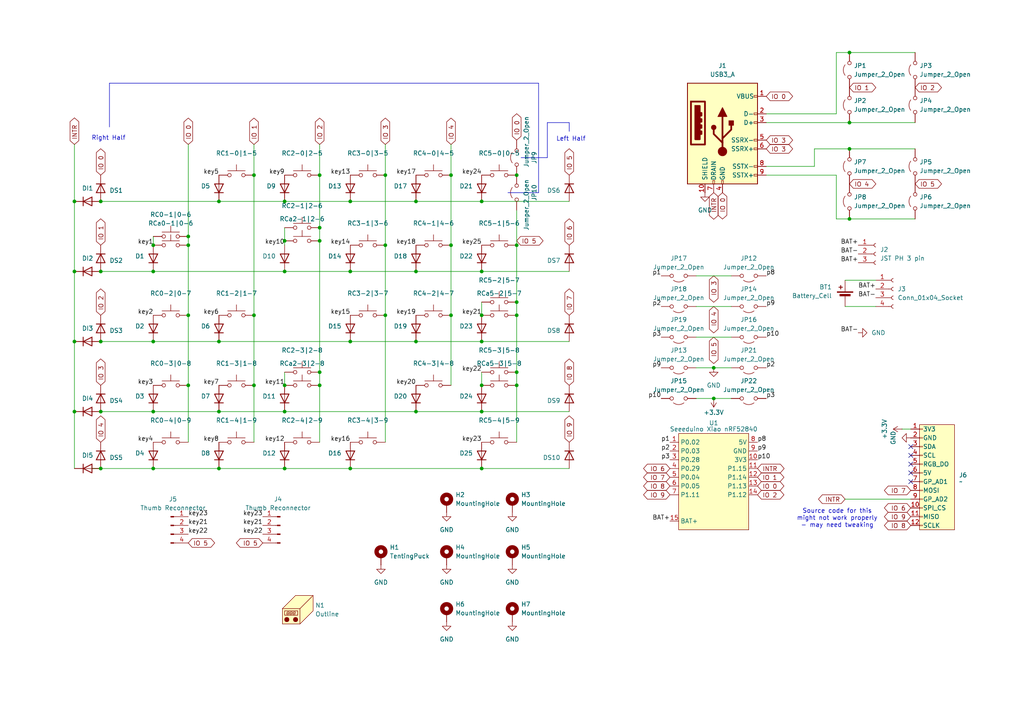
<source format=kicad_sch>
(kicad_sch (version 20231120) (generator "eeschema") (generator_version "8.0")
  (paper "A4")
  (junction (at 246.38 35.56))
  (junction (at 111.76 50.8))
  (junction (at 29.21 119.38))
  (junction (at 130.81 50.8))
  (junction (at 92.71 69.85))
  (junction (at 21.59 119.38))
  (junction (at 149.86 111.76))
  (junction (at 21.59 99.06))
  (junction (at 44.45 71.12))
  (junction (at 120.65 58.42))
  (junction (at 149.86 87.63))
  (junction (at 63.5 119.38))
  (junction (at 139.7 58.42))
  (junction (at 82.55 78.74))
  (junction (at 63.5 99.06))
  (junction (at 101.6 135.89))
  (junction (at 139.7 111.76))
  (junction (at 111.76 71.12))
  (junction (at 149.86 91.44))
  (junction (at 101.6 58.42))
  (junction (at 139.7 119.38))
  (junction (at 139.7 91.44))
  (junction (at 82.55 111.76))
  (junction (at 149.86 50.8))
  (junction (at 44.45 119.38))
  (junction (at 149.86 107.95))
  (junction (at 246.38 15.24))
  (junction (at 21.59 78.74))
  (junction (at 73.66 111.76))
  (junction (at 54.61 111.76))
  (junction (at 130.81 91.44))
  (junction (at 139.7 135.89))
  (junction (at 82.55 135.89))
  (junction (at 207.01 106.68))
  (junction (at 29.21 78.74))
  (junction (at 92.71 111.76))
  (junction (at 29.21 99.06))
  (junction (at 82.55 69.85))
  (junction (at 207.01 115.57))
  (junction (at 149.86 71.12))
  (junction (at 120.65 119.38))
  (junction (at 29.21 135.89))
  (junction (at 111.76 91.44))
  (junction (at 73.66 91.44))
  (junction (at 44.45 99.06))
  (junction (at 92.71 107.95))
  (junction (at 92.71 50.8))
  (junction (at 82.55 119.38))
  (junction (at 63.5 58.42))
  (junction (at 82.55 58.42))
  (junction (at 21.59 58.42))
  (junction (at 54.61 68.58))
  (junction (at 101.6 99.06))
  (junction (at 44.45 135.89))
  (junction (at 44.45 78.74))
  (junction (at 139.7 99.06))
  (junction (at 54.61 91.44))
  (junction (at 246.38 43.18))
  (junction (at 29.21 58.42))
  (junction (at 120.65 78.74))
  (junction (at 92.71 66.04))
  (junction (at 120.65 99.06))
  (junction (at 73.66 50.8))
  (junction (at 139.7 78.74))
  (junction (at 246.38 63.5))
  (junction (at 54.61 71.12))
  (junction (at 130.81 71.12))
  (junction (at 101.6 78.74))
  (junction (at 63.5 135.89))
  (no_connect (at 264.16 139.7))
  (no_connect (at 264.16 137.16))
  (no_connect (at 264.16 129.54))
  (no_connect (at 264.16 132.08))
  (no_connect (at 264.16 134.62))
  (wire (pts (xy 21.59 58.42) (xy 21.59 78.74)))
  (wire (pts (xy 149.86 91.44) (xy 149.86 107.95)))
  (wire (pts (xy 21.59 99.06) (xy 21.59 119.38)))
  (wire (pts (xy 54.61 41.91) (xy 54.61 68.58)))
  (wire (pts (xy 201.93 97.79) (xy 212.09 97.79)))
  (polyline (pts (xy 156.21 55.88) (xy 156.21 24.13)))
  (wire (pts (xy 111.76 71.12) (xy 111.76 91.44)))
  (polyline (pts (xy 31.75 24.13) (xy 31.75 36.83)))
  (wire (pts (xy 201.93 106.68) (xy 207.01 106.68)))
  (wire (pts (xy 130.81 91.44) (xy 130.81 111.76)))
  (wire (pts (xy 44.45 135.89) (xy 63.5 135.89)))
  (wire (pts (xy 139.7 87.63) (xy 139.7 91.44)))
  (wire (pts (xy 245.11 81.28) (xy 254 81.28)))
  (wire (pts (xy 246.38 63.5) (xy 265.43 63.5)))
  (wire (pts (xy 201.93 115.57) (xy 207.01 115.57)))
  (polyline (pts (xy 151.13 45.72) (xy 158.75 45.72)))
  (wire (pts (xy 242.57 15.24) (xy 246.38 15.24)))
  (wire (pts (xy 82.55 78.74) (xy 101.6 78.74)))
  (wire (pts (xy 63.5 99.06) (xy 101.6 99.06)))
  (wire (pts (xy 54.61 91.44) (xy 54.61 111.76)))
  (wire (pts (xy 120.65 99.06) (xy 139.7 99.06)))
  (wire (pts (xy 242.57 50.8) (xy 242.57 63.5)))
  (wire (pts (xy 92.71 111.76) (xy 92.71 128.27)))
  (wire (pts (xy 149.86 87.63) (xy 149.86 91.44)))
  (wire (pts (xy 54.61 68.58) (xy 54.61 71.12)))
  (wire (pts (xy 242.57 50.8) (xy 222.25 50.8)))
  (wire (pts (xy 139.7 99.06) (xy 165.1 99.06)))
  (polyline (pts (xy 158.75 45.72) (xy 158.75 35.56)))
  (wire (pts (xy 92.71 69.85) (xy 92.71 107.95)))
  (wire (pts (xy 245.11 144.78) (xy 264.16 144.78)))
  (wire (pts (xy 111.76 41.91) (xy 111.76 50.8)))
  (wire (pts (xy 101.6 58.42) (xy 120.65 58.42)))
  (wire (pts (xy 222.25 48.26) (xy 236.22 48.26)))
  (wire (pts (xy 92.71 41.91) (xy 92.71 50.8)))
  (wire (pts (xy 246.38 43.18) (xy 265.43 43.18)))
  (wire (pts (xy 29.21 58.42) (xy 63.5 58.42)))
  (wire (pts (xy 201.93 88.9) (xy 212.09 88.9)))
  (wire (pts (xy 111.76 50.8) (xy 111.76 71.12)))
  (wire (pts (xy 101.6 135.89) (xy 139.7 135.89)))
  (wire (pts (xy 261.62 124.46) (xy 264.16 124.46)))
  (wire (pts (xy 21.59 41.91) (xy 21.59 58.42)))
  (wire (pts (xy 82.55 66.04) (xy 82.55 69.85)))
  (wire (pts (xy 101.6 78.74) (xy 120.65 78.74)))
  (wire (pts (xy 54.61 111.76) (xy 54.61 128.27)))
  (wire (pts (xy 44.45 119.38) (xy 63.5 119.38)))
  (wire (pts (xy 246.38 15.24) (xy 265.43 15.24)))
  (wire (pts (xy 222.25 35.56) (xy 246.38 35.56)))
  (polyline (pts (xy 156.21 24.13) (xy 31.75 24.13)))
  (wire (pts (xy 120.65 78.74) (xy 139.7 78.74)))
  (wire (pts (xy 130.81 50.8) (xy 130.81 71.12)))
  (wire (pts (xy 149.86 71.12) (xy 149.86 87.63)))
  (wire (pts (xy 73.66 50.8) (xy 73.66 91.44)))
  (wire (pts (xy 73.66 41.91) (xy 73.66 50.8)))
  (wire (pts (xy 29.21 135.89) (xy 44.45 135.89)))
  (wire (pts (xy 111.76 91.44) (xy 111.76 128.27)))
  (wire (pts (xy 245.11 88.9) (xy 254 88.9)))
  (wire (pts (xy 44.45 78.74) (xy 82.55 78.74)))
  (wire (pts (xy 29.21 119.38) (xy 44.45 119.38)))
  (wire (pts (xy 236.22 43.18) (xy 246.38 43.18)))
  (wire (pts (xy 130.81 41.91) (xy 130.81 50.8)))
  (wire (pts (xy 139.7 135.89) (xy 165.1 135.89)))
  (wire (pts (xy 207.01 106.68) (xy 212.09 106.68)))
  (wire (pts (xy 82.55 107.95) (xy 82.55 111.76)))
  (wire (pts (xy 73.66 111.76) (xy 73.66 128.27)))
  (wire (pts (xy 165.1 119.38) (xy 139.7 119.38)))
  (wire (pts (xy 63.5 58.42) (xy 82.55 58.42)))
  (wire (pts (xy 242.57 33.02) (xy 242.57 15.24)))
  (wire (pts (xy 82.55 58.42) (xy 101.6 58.42)))
  (wire (pts (xy 92.71 107.95) (xy 92.71 111.76)))
  (wire (pts (xy 130.81 71.12) (xy 130.81 91.44)))
  (wire (pts (xy 29.21 99.06) (xy 44.45 99.06)))
  (wire (pts (xy 82.55 119.38) (xy 120.65 119.38)))
  (wire (pts (xy 242.57 63.5) (xy 246.38 63.5)))
  (wire (pts (xy 149.86 60.96) (xy 149.86 71.12)))
  (wire (pts (xy 63.5 119.38) (xy 82.55 119.38)))
  (wire (pts (xy 29.21 135.89) (xy 26.67 135.89)))
  (wire (pts (xy 149.86 107.95) (xy 149.86 111.76)))
  (wire (pts (xy 101.6 99.06) (xy 120.65 99.06)))
  (wire (pts (xy 242.57 33.02) (xy 222.25 33.02)))
  (polyline (pts (xy 147.32 55.88) (xy 156.21 55.88)))
  (wire (pts (xy 139.7 78.74) (xy 165.1 78.74)))
  (wire (pts (xy 120.65 119.38) (xy 139.7 119.38)))
  (wire (pts (xy 29.21 78.74) (xy 44.45 78.74)))
  (wire (pts (xy 44.45 68.58) (xy 44.45 71.12)))
  (wire (pts (xy 139.7 58.42) (xy 165.1 58.42)))
  (wire (pts (xy 82.55 135.89) (xy 101.6 135.89)))
  (wire (pts (xy 139.7 107.95) (xy 139.7 111.76)))
  (wire (pts (xy 201.93 80.01) (xy 212.09 80.01)))
  (wire (pts (xy 92.71 66.04) (xy 92.71 69.85)))
  (polyline (pts (xy 165.1 35.56) (xy 165.1 38.1)))
  (wire (pts (xy 44.45 99.06) (xy 63.5 99.06)))
  (wire (pts (xy 82.55 69.85) (xy 82.55 71.12)))
  (wire (pts (xy 92.71 50.8) (xy 92.71 66.04)))
  (wire (pts (xy 21.59 119.38) (xy 21.59 135.89)))
  (wire (pts (xy 73.66 91.44) (xy 73.66 111.76)))
  (wire (pts (xy 207.01 115.57) (xy 212.09 115.57)))
  (wire (pts (xy 246.38 35.56) (xy 265.43 35.56)))
  (wire (pts (xy 54.61 71.12) (xy 54.61 91.44)))
  (wire (pts (xy 236.22 48.26) (xy 236.22 43.18)))
  (polyline (pts (xy 158.75 35.56) (xy 165.1 35.56)))
  (wire (pts (xy 120.65 58.42) (xy 139.7 58.42)))
  (wire (pts (xy 63.5 135.89) (xy 82.55 135.89)))
  (wire (pts (xy 21.59 78.74) (xy 21.59 99.06)))
  (wire (pts (xy 149.86 111.76) (xy 149.86 128.27)))
  (text "Source code for this\nmight not work properly\n- may need tweaking" (at 242.824 150.368 0) (effects (font (size 1.27 1.27))))
  (text "Right Half" (at 31.496 40.132 0) (effects (font (size 1.27 1.27))))
  (text "Left Half" (at 165.608 40.386 0) (effects (font (size 1.27 1.27))))
  (label "key22" (at 139.7 107.95 180))
  (label "key23" (at 139.7 128.27 180))
  (label "p9" (at 222.25 88.9 0))
  (label "BAT+" (at 254 83.82 180))
  (label "p2" (at 194.31 130.81 180))
  (label "key21" (at 139.7 91.44 180))
  (label "key8" (at 63.5 128.27 180))
  (label "key20" (at 120.65 111.76 180))
  (label "p3" (at 191.77 97.79 180))
  (label "key19" (at 120.65 91.44 180))
  (label "p9" (at 191.77 106.68 180))
  (label "key23" (at 54.61 149.86 0))
  (label "BAT+" (at 248.92 76.2 180))
  (label "key14" (at 101.6 71.12 180))
  (label "key21" (at 76.2 152.4 180))
  (label "key5" (at 63.5 50.8 180))
  (label "key22" (at 76.2 154.94 180))
  (label "key17" (at 120.65 50.8 180))
  (label "key13" (at 101.6 50.8 180))
  (label "BAT-" (at 248.92 96.52 180))
  (label "key10" (at 82.55 71.12 180))
  (label "key24" (at 139.7 50.8 180))
  (label "p3" (at 194.31 133.35 180))
  (label "p8" (at 222.25 80.01 0))
  (label "key2" (at 44.45 91.44 180))
  (label "key18" (at 120.65 71.12 180))
  (label "p2" (at 191.77 88.9 180))
  (label "key9" (at 82.55 50.8 180))
  (label "p10" (at 191.77 115.57 180))
  (label "p1" (at 191.77 80.01 180))
  (label "key6" (at 63.5 91.44 180))
  (label "key7" (at 63.5 111.76 180))
  (label "key25" (at 139.7 71.12 180))
  (label "p9" (at 219.71 130.81 0))
  (label "p2" (at 222.25 106.68 0))
  (label "key16" (at 101.6 128.27 180))
  (label "key15" (at 101.6 91.44 180))
  (label "key12" (at 82.55 128.27 180))
  (label "key1" (at 44.45 71.12 180))
  (label "key11" (at 82.55 111.76 180))
  (label "p10" (at 219.71 133.35 0))
  (label "BAT-" (at 254 86.36 180))
  (label "key22" (at 54.61 154.94 0))
  (label "p3" (at 222.25 115.57 0))
  (label "key3" (at 44.45 111.76 180))
  (label "p10" (at 222.25 97.79 0))
  (label "p8" (at 219.71 128.27 0))
  (label "BAT+" (at 248.92 71.12 180))
  (label "key21" (at 54.61 152.4 0))
  (label "key23" (at 76.2 149.86 180))
  (label "BAT-" (at 248.92 73.66 180))
  (label "BAT+" (at 194.31 151.13 180))
  (label "p1" (at 194.31 128.27 180))
  (label "key4" (at 44.45 128.27 180))
  (global_label "IO 2" (shape bidirectional) (at 265.43 25.4 0) (property "Intersheetrefs" "${INTERSHEET_REFS}" (effects (hide yes))))
  (global_label "IO 0" (shape bidirectional) (at 29.21 50.8 90) (property "Intersheetrefs" "${INTERSHEET_REFS}" (effects (hide yes))))
  (global_label "IO 6" (shape bidirectional) (at 194.31 135.89 180) (property "Intersheetrefs" "${INTERSHEET_REFS}" (effects (hide yes))))
  (global_label "IO 3" (shape bidirectional) (at 207.01 80.01 270) (property "Intersheetrefs" "${INTERSHEET_REFS}" (effects (hide yes))))
  (global_label "IO 4" (shape bidirectional) (at 130.81 41.91 90) (property "Intersheetrefs" "${INTERSHEET_REFS}" (effects (hide yes))))
  (global_label "IO 5" (shape bidirectional) (at 207.01 97.79 270) (property "Intersheetrefs" "${INTERSHEET_REFS}" (effects (hide yes))))
  (global_label "IO 8" (shape bidirectional) (at 165.1 111.76 90) (property "Intersheetrefs" "${INTERSHEET_REFS}" (effects (hide yes))))
  (global_label "IO 0" (shape bidirectional) (at 54.61 41.91 90) (property "Intersheetrefs" "${INTERSHEET_REFS}" (effects (hide yes))))
  (global_label "IO 2" (shape bidirectional) (at 92.71 41.91 90) (property "Intersheetrefs" "${INTERSHEET_REFS}" (effects (hide yes))))
  (global_label "IO 9" (shape bidirectional) (at 194.31 143.51 180) (property "Intersheetrefs" "${INTERSHEET_REFS}" (effects (hide yes))))
  (global_label "IO 1" (shape bidirectional) (at 246.38 25.4 0) (property "Intersheetrefs" "${INTERSHEET_REFS}" (effects (hide yes))))
  (global_label "INTR" (shape bidirectional) (at 207.01 55.88 270) (property "Intersheetrefs" "${INTERSHEET_REFS}" (effects (hide yes))))
  (global_label "IO 8" (shape bidirectional) (at 264.16 152.4 180) (property "Intersheetrefs" "${INTERSHEET_REFS}" (effects (hide yes))))
  (global_label "IO 9" (shape bidirectional) (at 165.1 128.27 90) (property "Intersheetrefs" "${INTERSHEET_REFS}" (effects (hide yes))))
  (global_label "IO 4" (shape bidirectional) (at 246.38 53.34 0) (property "Intersheetrefs" "${INTERSHEET_REFS}" (effects (hide yes))))
  (global_label "IO 2" (shape bidirectional) (at 29.21 91.44 90) (property "Intersheetrefs" "${INTERSHEET_REFS}" (effects (hide yes))))
  (global_label "IO 4" (shape bidirectional) (at 207.01 88.9 270) (property "Intersheetrefs" "${INTERSHEET_REFS}" (effects (hide yes))))
  (global_label "IO 1" (shape bidirectional) (at 219.71 138.43 0) (property "Intersheetrefs" "${INTERSHEET_REFS}" (effects (hide yes))))
  (global_label "IO 1" (shape bidirectional) (at 73.66 41.91 90) (property "Intersheetrefs" "${INTERSHEET_REFS}" (effects (hide yes))))
  (global_label "IO 1" (shape bidirectional) (at 29.21 71.12 90) (property "Intersheetrefs" "${INTERSHEET_REFS}" (effects (hide yes))))
  (global_label "IO 5" (shape bidirectional) (at 76.2 157.48 180) (property "Intersheetrefs" "${INTERSHEET_REFS}" (effects (hide yes))))
  (global_label "IO 0" (shape bidirectional) (at 219.71 140.97 0) (property "Intersheetrefs" "${INTERSHEET_REFS}" (effects (hide yes))))
  (global_label "IO 6" (shape bidirectional) (at 264.16 147.32 180) (property "Intersheetrefs" "${INTERSHEET_REFS}" (effects (hide yes))))
  (global_label "IO 7" (shape bidirectional) (at 165.1 91.44 90) (property "Intersheetrefs" "${INTERSHEET_REFS}" (effects (hide yes))))
  (global_label "IO 4" (shape bidirectional) (at 29.21 128.27 90) (property "Intersheetrefs" "${INTERSHEET_REFS}" (effects (hide yes))))
  (global_label "IO 5" (shape bidirectional) (at 265.43 53.34 0) (property "Intersheetrefs" "${INTERSHEET_REFS}" (effects (hide yes))))
  (global_label "INTR" (shape bidirectional) (at 245.11 144.78 180) (property "Intersheetrefs" "${INTERSHEET_REFS}" (effects (hide yes))))
  (global_label "INTR" (shape bidirectional) (at 21.59 41.91 90) (property "Intersheetrefs" "${INTERSHEET_REFS}" (effects (hide yes))))
  (global_label "IO 9" (shape bidirectional) (at 264.16 149.86 180) (property "Intersheetrefs" "${INTERSHEET_REFS}" (effects (hide yes))))
  (global_label "IO 3" (shape bidirectional) (at 29.21 111.76 90) (property "Intersheetrefs" "${INTERSHEET_REFS}" (effects (hide yes))))
  (global_label "IO 3" (shape bidirectional) (at 111.76 41.91 90) (property "Intersheetrefs" "${INTERSHEET_REFS}" (effects (hide yes))))
  (global_label "IO 0" (shape bidirectional) (at 149.86 40.64 90) (property "Intersheetrefs" "${INTERSHEET_REFS}" (effects (hide yes))))
  (global_label "IO 0" (shape bidirectional) (at 209.55 55.88 270) (property "Intersheetrefs" "${INTERSHEET_REFS}" (effects (hide yes))))
  (global_label "IO 0" (shape bidirectional) (at 222.25 27.94 0) (property "Intersheetrefs" "${INTERSHEET_REFS}" (effects (hide yes))))
  (global_label "IO 5" (shape bidirectional) (at 149.86 69.85 0) (property "Intersheetrefs" "${INTERSHEET_REFS}" (effects (hide yes))))
  (global_label "IO 3" (shape bidirectional) (at 222.25 40.64 0) (property "Intersheetrefs" "${INTERSHEET_REFS}" (effects (hide yes))))
  (global_label "IO 8" (shape bidirectional) (at 194.31 140.97 180) (property "Intersheetrefs" "${INTERSHEET_REFS}" (effects (hide yes))))
  (global_label "INTR" (shape bidirectional) (at 219.71 135.89 0) (property "Intersheetrefs" "${INTERSHEET_REFS}" (effects (hide yes))))
  (global_label "IO 7" (shape bidirectional) (at 194.31 138.43 180) (property "Intersheetrefs" "${INTERSHEET_REFS}" (effects (hide yes))))
  (global_label "IO 5" (shape bidirectional) (at 165.1 50.8 90) (property "Intersheetrefs" "${INTERSHEET_REFS}" (effects (hide yes))))
  (global_label "IO 6" (shape bidirectional) (at 165.1 71.12 90) (property "Intersheetrefs" "${INTERSHEET_REFS}" (effects (hide yes))))
  (global_label "IO 5" (shape bidirectional) (at 54.61 157.48 0) (property "Intersheetrefs" "${INTERSHEET_REFS}" (effects (hide yes))))
  (global_label "IO 2" (shape bidirectional) (at 219.71 143.51 0) (property "Intersheetrefs" "${INTERSHEET_REFS}" (effects (hide yes))))
  (global_label "IO 7" (shape bidirectional) (at 264.16 142.24 180) (property "Intersheetrefs" "${INTERSHEET_REFS}" (effects (hide yes))))
  (global_label "IO 3" (shape bidirectional) (at 222.25 43.18 0) (property "Intersheetrefs" "${INTERSHEET_REFS}" (effects (hide yes))))
  (symbol (lib_id "Diode:1N4148") (at 120.65 74.93 270) (mirror x) (unit 1)
    (property "Reference" "D18" (at 118.11 74.295 90) (effects (justify right)))
    (property "Value" "1N4148" (effects (hide yes)))
    (property "Footprint" "apiaster:D-SOD123-DO35-7mm-horizontal-combo_rev" (effects (hide yes)))
    (property "Datasheet" "https://assets.nexperia.com/documents/data-sheet/1N4148_1N4448.pdf" (effects (hide yes)))
    (property "Sim.Device" "D" (effects (hide yes)))
    (property "Sim.Pins" "1=K 2=A" (effects (hide yes)))
  )
  (symbol (lib_id "Jumper:Jumper_2_Open") (at 265.43 20.32 90) (unit 1) (exclude_from_sim yes)
    (property "Reference" "JP3" (at 266.7 19.0499 90) (effects (justify right)))
    (property "Value" "Jumper_2_Open" (at 266.7 21.5899 90) (effects (justify right)))
    (property "Footprint" "Jumper:SolderJumper-2_P1.3mm_Open_RoundedPad1.0x1.5mm" (effects (hide yes)))
    (property "Description" "Jumper, 2-pole, open" (effects (hide yes)))
  )
  (symbol (lib_id "Jumper:Jumper_2_Open") (at 149.86 45.72 90) (mirror x) (unit 1) (exclude_from_sim yes)
    (property "Reference" "JP9" (at 154.94 45.72 0))
    (property "Value" "Jumper_2_Open" (at 152.654 41.148 0))
    (property "Footprint" "Jumper:SolderJumper-2_P1.3mm_Open_RoundedPad1.0x1.5mm" (effects (hide yes)))
    (property "Description" "Jumper, 2-pole, open" (effects (hide yes)))
  )
  (symbol (lib_id "Jumper:Jumper_2_Open") (at 217.17 115.57 0) (mirror x) (unit 1) (exclude_from_sim yes)
    (property "Reference" "JP22" (at 217.17 110.49 0))
    (property "Value" "Jumper_2_Open" (at 217.17 113.03 0))
    (property "Footprint" "Jumper:SolderJumper-2_P1.3mm_Open_RoundedPad1.0x1.5mm" (effects (hide yes)))
    (property "Description" "Jumper, 2-pole, open" (effects (hide yes)))
  )
  (symbol (lib_id "apiaster:Seeeduino_Xiao_nRF52840_Minimal") (at 207.01 142.24 0) (unit 1) (in_bom no)
    (property "Reference" "U1" (at 207.01 122.682 0))
    (property "Value" "Seeeduino Xiao nRF52840" (at 207.01 124.46 0))
    (property "Footprint" "apiaster:xiao+zero_combo" (effects (hide yes)))
    (property "Description" "Symbol for a Seeeduino Xiao nRF52840" (effects (hide yes)))
  )
  (symbol (lib_id "Jumper:Jumper_2_Open") (at 246.38 30.48 90) (unit 1) (exclude_from_sim yes)
    (property "Reference" "JP2" (at 247.65 29.2099 90) (effects (justify right)))
    (property "Value" "Jumper_2_Open" (at 247.65 31.7499 90) (effects (justify right)))
    (property "Footprint" "Jumper:SolderJumper-2_P1.3mm_Open_RoundedPad1.0x1.5mm" (effects (hide yes)))
    (property "Description" "Jumper, 2-pole, open" (effects (hide yes)))
  )
  (symbol (lib_id "Diode:1N4148") (at 44.45 115.57 270) (mirror x) (unit 1)
    (property "Reference" "D3" (at 41.91 114.935 90) (effects (justify right)))
    (property "Value" "1N4148" (effects (hide yes)))
    (property "Footprint" "apiaster:D-SOD123-DO35-7mm-horizontal-combo_rev" (effects (hide yes)))
    (property "Datasheet" "https://assets.nexperia.com/documents/data-sheet/1N4148_1N4448.pdf" (effects (hide yes)))
    (property "Sim.Device" "D" (effects (hide yes)))
    (property "Sim.Pins" "1=K 2=A" (effects (hide yes)))
  )
  (symbol (lib_id "power:GND") (at 129.54 163.83 0) (unit 1)
    (property "Reference" "#PWR09" (effects (hide yes)))
    (property "Value" "GND" (at 129.54 168.91 0))
    (property "Description" "Power symbol creates a global label with name \"GND\" , ground" (effects (hide yes)))
  )
  (symbol (lib_id "Diode:1N4148") (at 165.1 95.25 270) (unit 1)
    (property "Reference" "DS8" (at 162.56 95.885 90) (effects (justify right)))
    (property "Value" "1N4148" (effects (hide yes)))
    (property "Footprint" "apiaster:D-SOD123-DO35-7mm-horizontal-combo" (effects (hide yes)))
    (property "Datasheet" "https://assets.nexperia.com/documents/data-sheet/1N4148_1N4448.pdf" (effects (hide yes)))
    (property "Sim.Device" "D" (effects (hide yes)))
    (property "Sim.Pins" "1=K 2=A" (effects (hide yes)))
  )
  (symbol (lib_id "Jumper:Jumper_2_Open") (at 196.85 106.68 0) (mirror x) (unit 1) (exclude_from_sim yes)
    (property "Reference" "JP13" (at 196.85 101.6 0))
    (property "Value" "Jumper_2_Open" (at 196.85 104.14 0))
    (property "Footprint" "Jumper:SolderJumper-2_P1.3mm_Open_RoundedPad1.0x1.5mm" (effects (hide yes)))
    (property "Description" "Jumper, 2-pole, open" (effects (hide yes)))
  )
  (symbol (lib_id "Diode:1N4148") (at 120.65 95.25 270) (mirror x) (unit 1)
    (property "Reference" "D19" (at 118.11 94.615 90) (effects (justify right)))
    (property "Value" "1N4148" (effects (hide yes)))
    (property "Footprint" "apiaster:D-SOD123-DO35-7mm-horizontal-combo_rev" (effects (hide yes)))
    (property "Datasheet" "https://assets.nexperia.com/documents/data-sheet/1N4148_1N4448.pdf" (effects (hide yes)))
    (property "Sim.Device" "D" (effects (hide yes)))
    (property "Sim.Pins" "1=K 2=A" (effects (hide yes)))
  )
  (symbol (lib_id "Diode:1N4148") (at 82.55 132.08 270) (mirror x) (unit 1)
    (property "Reference" "D12" (at 80.01 131.445 90) (effects (justify right)))
    (property "Value" "1N4148" (effects (hide yes)))
    (property "Footprint" "apiaster:D-SOD123-DO35-7mm-horizontal-combo_rev" (effects (hide yes)))
    (property "Datasheet" "https://assets.nexperia.com/documents/data-sheet/1N4148_1N4448.pdf" (effects (hide yes)))
    (property "Sim.Device" "D" (effects (hide yes)))
    (property "Sim.Pins" "1=K 2=A" (effects (hide yes)))
  )
  (symbol (lib_id "Switch:SW_Push") (at 144.78 128.27 0) (mirror y) (unit 1)
    (property "Reference" "RC5-4|5-9" (at 144.78 121.92 0))
    (property "Value" "SW_Push" (effects (hide yes)))
    (property "Footprint" "apiaster:Chocv12_reversible_hotswap" (effects (hide yes)))
  )
  (symbol (lib_id "Diode:1N4148") (at 101.6 95.25 270) (mirror x) (unit 1)
    (property "Reference" "D15" (at 99.06 94.615 90) (effects (justify right)))
    (property "Value" "1N4148" (effects (hide yes)))
    (property "Footprint" "apiaster:D-SOD123-DO35-7mm-horizontal-combo_rev" (effects (hide yes)))
    (property "Datasheet" "https://assets.nexperia.com/documents/data-sheet/1N4148_1N4448.pdf" (effects (hide yes)))
    (property "Sim.Device" "D" (effects (hide yes)))
    (property "Sim.Pins" "1=K 2=A" (effects (hide yes)))
  )
  (symbol (lib_id "Switch:SW_Push") (at 87.63 66.04 0) (mirror y) (unit 1)
    (property "Reference" "RC2-1|2-6" (at 87.63 59.69 0))
    (property "Value" "SW_Push" (effects (hide yes)))
    (property "Footprint" "apiaster:Chocv12_reversible_hotswap_no_middle" (effects (hide yes)))
  )
  (symbol (lib_id "Switch:SW_Push") (at 144.78 87.63 0) (mirror y) (unit 1)
    (property "Reference" "RC5-2|5-7" (at 144.78 81.28 0))
    (property "Value" "SW_Push" (effects (hide yes)))
    (property "Footprint" "apiaster:Chocv12_reversible_hotswap" (effects (hide yes)))
  )
  (symbol (lib_id "Mechanical:MountingHole_Pad") (at 110.49 161.29 0) (unit 1) (exclude_from_sim yes) (in_bom no)
    (property "Reference" "H1" (at 113.03 158.7499 0) (effects (justify left)))
    (property "Value" "TentingPuck" (at 113.03 161.2899 0) (effects (justify left)))
    (property "Footprint" "apiaster:TentingPuck" (effects (hide yes)))
    (property "Description" "Mounting Hole with connection" (effects (hide yes)))
  )
  (symbol (lib_id "Diode:1N4148") (at 25.4 135.89 0) (unit 1)
    (property "Reference" "DI5" (at 25.4 132.08 0))
    (property "Value" "1N4148" (effects (hide yes)))
    (property "Footprint" "apiaster:D-SOD123-DO35-7mm-horizontal-combo_rev" (effects (hide yes)))
    (property "Datasheet" "https://assets.nexperia.com/documents/data-sheet/1N4148_1N4448.pdf" (effects (hide yes)))
    (property "Sim.Device" "D" (effects (hide yes)))
    (property "Sim.Pins" "1=K 2=A" (effects (hide yes)))
  )
  (symbol (lib_id "Diode:1N4148") (at 44.45 74.93 270) (mirror x) (unit 1)
    (property "Reference" "D1" (at 41.91 74.295 90) (effects (justify right)))
    (property "Value" "1N4148" (effects (hide yes)))
    (property "Footprint" "apiaster:D-SOD123-DO35-7mm-horizontal-combo_rev" (effects (hide yes)))
    (property "Datasheet" "https://assets.nexperia.com/documents/data-sheet/1N4148_1N4448.pdf" (effects (hide yes)))
    (property "Sim.Device" "D" (effects (hide yes)))
    (property "Sim.Pins" "1=K 2=A" (effects (hide yes)))
  )
  (symbol (lib_id "Diode:1N4148") (at 63.5 54.61 270) (mirror x) (unit 1)
    (property "Reference" "D5" (at 60.96 53.975 90) (effects (justify right)))
    (property "Value" "1N4148" (effects (hide yes)))
    (property "Footprint" "apiaster:D-SOD123-DO35-7mm-horizontal-combo_rev" (effects (hide yes)))
    (property "Datasheet" "https://assets.nexperia.com/documents/data-sheet/1N4148_1N4448.pdf" (effects (hide yes)))
    (property "Sim.Device" "D" (effects (hide yes)))
    (property "Sim.Pins" "1=K 2=A" (effects (hide yes)))
  )
  (symbol (lib_id "Jumper:Jumper_2_Open") (at 217.17 97.79 0) (mirror x) (unit 1) (exclude_from_sim yes)
    (property "Reference" "JP16" (at 217.17 92.71 0))
    (property "Value" "Jumper_2_Open" (at 217.17 95.25 0))
    (property "Footprint" "Jumper:SolderJumper-2_P1.3mm_Open_RoundedPad1.0x1.5mm" (effects (hide yes)))
    (property "Description" "Jumper, 2-pole, open" (effects (hide yes)))
  )
  (symbol (lib_id "Switch:SW_Push") (at 87.63 107.95 0) (mirror y) (unit 1)
    (property "Reference" "RC2-3|2-8" (at 87.63 101.6 0))
    (property "Value" "SW_Push" (effects (hide yes)))
    (property "Footprint" "apiaster:Chocv12_reversible_hotswap_no_middle" (effects (hide yes)))
  )
  (symbol (lib_id "Diode:1N4148") (at 165.1 132.08 270) (unit 1)
    (property "Reference" "DS10" (at 162.56 132.715 90) (effects (justify right)))
    (property "Value" "1N4148" (effects (hide yes)))
    (property "Footprint" "apiaster:D-SOD123-DO35-7mm-horizontal-combo" (effects (hide yes)))
    (property "Datasheet" "https://assets.nexperia.com/documents/data-sheet/1N4148_1N4448.pdf" (effects (hide yes)))
    (property "Sim.Device" "D" (effects (hide yes)))
    (property "Sim.Pins" "1=K 2=A" (effects (hide yes)))
  )
  (symbol (lib_id "Mechanical:MountingHole_Pad") (at 148.59 161.29 0) (unit 1) (exclude_from_sim yes)
    (property "Reference" "H5" (at 151.13 158.7499 0) (effects (justify left)))
    (property "Value" "MountingHole" (at 151.13 161.2899 0) (effects (justify left)))
    (property "Footprint" "MountingHole:MountingHole_2.2mm_M2_DIN965_Pad" (effects (hide yes)))
    (property "Description" "Mounting Hole with connection" (effects (hide yes)))
  )
  (symbol (lib_id "Switch:SW_Push") (at 144.78 50.8 0) (mirror y) (unit 1)
    (property "Reference" "RC5-0|0-5" (at 144.78 44.45 0))
    (property "Value" "SW_Push" (effects (hide yes)))
    (property "Footprint" "apiaster:Chocv12_reversible_hotswap" (effects (hide yes)))
  )
  (symbol (lib_id "Diode:1N4148") (at 29.21 54.61 90) (mirror x) (unit 1)
    (property "Reference" "DS1" (at 31.75 55.245 90) (effects (justify right)))
    (property "Value" "1N4148" (effects (hide yes)))
    (property "Footprint" "apiaster:D-SOD123-DO35-7mm-horizontal-combo" (effects (hide yes)))
    (property "Datasheet" "https://assets.nexperia.com/documents/data-sheet/1N4148_1N4448.pdf" (effects (hide yes)))
    (property "Sim.Device" "D" (effects (hide yes)))
    (property "Sim.Pins" "1=K 2=A" (effects (hide yes)))
  )
  (symbol (lib_id "power:GND") (at 207.01 106.68 0) (unit 1)
    (property "Reference" "#PWR01" (effects (hide yes)))
    (property "Value" "GND" (at 207.01 111.76 0))
    (property "Description" "Power symbol creates a global label with name \"GND\" , ground" (effects (hide yes)))
  )
  (symbol (lib_id "Switch:SW_Push") (at 125.73 91.44 0) (mirror y) (unit 1)
    (property "Reference" "RC4-2|4-7" (at 125.73 85.09 0))
    (property "Value" "SW_Push" (effects (hide yes)))
    (property "Footprint" "apiaster:Chocv12_reversible_hotswap" (effects (hide yes)))
  )
  (symbol (lib_id "Switch:SW_Push") (at 68.58 50.8 0) (mirror y) (unit 1)
    (property "Reference" "RC1-0|1-5" (at 68.58 44.45 0))
    (property "Value" "SW_Push" (effects (hide yes)))
    (property "Footprint" "apiaster:Chocv12_reversible_hotswap" (effects (hide yes)))
  )
  (symbol (lib_id "Connector:Conn_01x04_Socket") (at 259.08 83.82 0) (unit 1)
    (property "Reference" "J3" (at 260.35 83.8199 0) (effects (justify left)))
    (property "Value" "Conn_01x04_Socket" (at 260.35 86.3599 0) (effects (justify left)))
    (property "Footprint" "apiaster:BMS 1S" (effects (hide yes)))
    (property "Description" "Generic connector, single row, 01x04, script generated" (effects (hide yes)))
  )
  (symbol (lib_id "Jumper:Jumper_2_Open") (at 246.38 20.32 90) (unit 1) (exclude_from_sim yes)
    (property "Reference" "JP1" (at 247.65 19.0499 90) (effects (justify right)))
    (property "Value" "Jumper_2_Open" (at 247.65 21.5899 90) (effects (justify right)))
    (property "Footprint" "Jumper:SolderJumper-2_P1.3mm_Open_RoundedPad1.0x1.5mm" (effects (hide yes)))
    (property "Description" "Jumper, 2-pole, open" (effects (hide yes)))
  )
  (symbol (lib_id "Switch:SW_Push") (at 49.53 91.44 0) (mirror y) (unit 1)
    (property "Reference" "RC0-2|0-7" (at 49.53 85.09 0))
    (property "Value" "SW_Push" (effects (hide yes)))
    (property "Footprint" "apiaster:Chocv12_reversible_hotswap" (effects (hide yes)))
  )
  (symbol (lib_id "Diode:1N4148") (at 29.21 74.93 90) (mirror x) (unit 1)
    (property "Reference" "DS2" (at 31.75 75.565 90) (effects (justify right)))
    (property "Value" "1N4148" (effects (hide yes)))
    (property "Footprint" "apiaster:D-SOD123-DO35-7mm-horizontal-combo" (effects (hide yes)))
    (property "Datasheet" "https://assets.nexperia.com/documents/data-sheet/1N4148_1N4448.pdf" (effects (hide yes)))
    (property "Sim.Device" "D" (effects (hide yes)))
    (property "Sim.Pins" "1=K 2=A" (effects (hide yes)))
  )
  (symbol (lib_id "Diode:1N4148") (at 101.6 132.08 270) (mirror x) (unit 1)
    (property "Reference" "D16" (at 99.06 131.445 90) (effects (justify right)))
    (property "Value" "1N4148" (effects (hide yes)))
    (property "Footprint" "apiaster:D-SOD123-DO35-7mm-horizontal-combo_rev" (effects (hide yes)))
    (property "Datasheet" "https://assets.nexperia.com/documents/data-sheet/1N4148_1N4448.pdf" (effects (hide yes)))
    (property "Sim.Device" "D" (effects (hide yes)))
    (property "Sim.Pins" "1=K 2=A" (effects (hide yes)))
  )
  (symbol (lib_id "Diode:1N4148") (at 63.5 115.57 270) (mirror x) (unit 1)
    (property "Reference" "D7" (at 60.96 114.935 90) (effects (justify right)))
    (property "Value" "1N4148" (effects (hide yes)))
    (property "Footprint" "apiaster:D-SOD123-DO35-7mm-horizontal-combo_rev" (effects (hide yes)))
    (property "Datasheet" "https://assets.nexperia.com/documents/data-sheet/1N4148_1N4448.pdf" (effects (hide yes)))
    (property "Sim.Device" "D" (effects (hide yes)))
    (property "Sim.Pins" "1=K 2=A" (effects (hide yes)))
  )
  (symbol (lib_id "Jumper:Jumper_2_Open") (at 217.17 106.68 0) (mirror x) (unit 1) (exclude_from_sim yes)
    (property "Reference" "JP21" (at 217.17 101.6 0))
    (property "Value" "Jumper_2_Open" (at 217.17 104.14 0))
    (property "Footprint" "Jumper:SolderJumper-2_P1.3mm_Open_RoundedPad1.0x1.5mm" (effects (hide yes)))
    (property "Description" "Jumper, 2-pole, open" (effects (hide yes)))
  )
  (symbol (lib_id "Switch:SW_Push") (at 49.53 111.76 0) (mirror y) (unit 1)
    (property "Reference" "RC0-3|0-8" (at 49.53 105.41 0))
    (property "Value" "SW_Push" (effects (hide yes)))
    (property "Footprint" "apiaster:Chocv12_reversible_hotswap" (effects (hide yes)))
  )
  (symbol (lib_id "Jumper:Jumper_2_Open") (at 149.86 55.88 90) (mirror x) (unit 1) (exclude_from_sim yes)
    (property "Reference" "JP10" (at 154.94 55.88 0))
    (property "Value" "Jumper_2_Open" (at 152.654 59.436 0))
    (property "Footprint" "Jumper:SolderJumper-2_P1.3mm_Open_RoundedPad1.0x1.5mm" (effects (hide yes)))
    (property "Description" "Jumper, 2-pole, open" (effects (hide yes)))
  )
  (symbol (lib_id "Diode:1N4148") (at 29.21 115.57 90) (mirror x) (unit 1)
    (property "Reference" "DS4" (at 31.75 116.205 90) (effects (justify right)))
    (property "Value" "1N4148" (effects (hide yes)))
    (property "Footprint" "apiaster:D-SOD123-DO35-7mm-horizontal-combo" (effects (hide yes)))
    (property "Datasheet" "https://assets.nexperia.com/documents/data-sheet/1N4148_1N4448.pdf" (effects (hide yes)))
    (property "Sim.Device" "D" (effects (hide yes)))
    (property "Sim.Pins" "1=K 2=A" (effects (hide yes)))
  )
  (symbol (lib_id "Connector:Conn_01x04_Pin") (at 49.53 152.4 0) (unit 1)
    (property "Reference" "J5" (at 50.165 144.78 0))
    (property "Value" "Thumb Reconnector" (at 50.165 147.32 0))
    (property "Footprint" "Connector_PinHeader_2.54mm:PinHeader_1x04_P2.54mm_Vertical" (effects (hide yes)))
    (property "Description" "Generic connector, single row, 01x04, script generated" (effects (hide yes)))
  )
  (symbol (lib_id "Switch:SW_Push") (at 68.58 91.44 0) (mirror y) (unit 1)
    (property "Reference" "RC1-2|1-7" (at 68.58 85.09 0))
    (property "Value" "SW_Push" (effects (hide yes)))
    (property "Footprint" "apiaster:Chocv12_reversible_hotswap" (effects (hide yes)))
  )
  (symbol (lib_id "Mechanical:Housing") (at 87.63 176.53 0) (unit 1) (exclude_from_sim yes)
    (property "Reference" "N1" (at 91.44 175.5774 0) (effects (justify left)))
    (property "Value" "Outline" (at 91.44 178.1174 0) (effects (justify left)))
    (property "Footprint" "apiaster:Outline" (effects (hide yes)))
    (property "Description" "Housing" (effects (hide yes)))
  )
  (symbol (lib_id "Diode:1N4148") (at 82.55 74.93 270) (mirror x) (unit 1)
    (property "Reference" "D10" (at 80.01 74.295 90) (effects (justify right)))
    (property "Value" "1N4148" (effects (hide yes)))
    (property "Footprint" "apiaster:D-SOD123-DO35-7mm-horizontal-combo_rev" (effects (hide yes)))
    (property "Datasheet" "https://assets.nexperia.com/documents/data-sheet/1N4148_1N4448.pdf" (effects (hide yes)))
    (property "Sim.Device" "D" (effects (hide yes)))
    (property "Sim.Pins" "1=K 2=A" (effects (hide yes)))
  )
  (symbol (lib_id "Jumper:Jumper_2_Open") (at 217.17 80.01 0) (mirror x) (unit 1) (exclude_from_sim yes)
    (property "Reference" "JP12" (at 217.17 74.93 0))
    (property "Value" "Jumper_2_Open" (at 217.17 77.47 0))
    (property "Footprint" "Jumper:SolderJumper-2_P1.3mm_Open_RoundedPad1.0x1.5mm" (effects (hide yes)))
    (property "Description" "Jumper, 2-pole, open" (effects (hide yes)))
  )
  (symbol (lib_id "Switch:SW_Push") (at 144.78 107.95 0) (mirror y) (unit 1)
    (property "Reference" "RC5-3|5-8" (at 144.78 101.6 0))
    (property "Value" "SW_Push" (effects (hide yes)))
    (property "Footprint" "apiaster:Chocv12_reversible_hotswap" (effects (hide yes)))
  )
  (symbol (lib_id "Diode:1N4148") (at 101.6 74.93 270) (mirror x) (unit 1)
    (property "Reference" "D14" (at 99.06 74.295 90) (effects (justify right)))
    (property "Value" "1N4148" (effects (hide yes)))
    (property "Footprint" "apiaster:D-SOD123-DO35-7mm-horizontal-combo_rev" (effects (hide yes)))
    (property "Datasheet" "https://assets.nexperia.com/documents/data-sheet/1N4148_1N4448.pdf" (effects (hide yes)))
    (property "Sim.Device" "D" (effects (hide yes)))
    (property "Sim.Pins" "1=K 2=A" (effects (hide yes)))
  )
  (symbol (lib_id "Diode:1N4148") (at 165.1 74.93 270) (unit 1)
    (property "Reference" "DS7" (at 162.56 75.565 90) (effects (justify right)))
    (property "Value" "1N4148" (effects (hide yes)))
    (property "Footprint" "apiaster:D-SOD123-DO35-7mm-horizontal-combo" (effects (hide yes)))
    (property "Datasheet" "https://assets.nexperia.com/documents/data-sheet/1N4148_1N4448.pdf" (effects (hide yes)))
    (property "Sim.Device" "D" (effects (hide yes)))
    (property "Sim.Pins" "1=K 2=A" (effects (hide yes)))
  )
  (symbol (lib_id "Switch:SW_Push") (at 106.68 71.12 0) (mirror y) (unit 1)
    (property "Reference" "RC3-1|3-6" (at 106.68 64.77 0))
    (property "Value" "SW_Push" (effects (hide yes)))
    (property "Footprint" "apiaster:Chocv12_reversible_hotswap" (effects (hide yes)))
  )
  (symbol (lib_id "Switch:SW_Push") (at 49.53 68.58 0) (mirror y) (unit 1)
    (property "Reference" "RC0-1|0-6" (at 49.53 62.23 0))
    (property "Value" "SW_Push" (effects (hide yes)))
    (property "Footprint" "apiaster:Chocv12_reversible_hotswap_no_middle" (effects (hide yes)))
  )
  (symbol (lib_id "Switch:SW_Push") (at 106.68 91.44 0) (mirror y) (unit 1)
    (property "Reference" "RC3-2|3-7" (at 106.68 85.09 0))
    (property "Value" "SW_Push" (effects (hide yes)))
    (property "Footprint" "apiaster:Chocv12_reversible_hotswap" (effects (hide yes)))
  )
  (symbol (lib_id "power:GND") (at 204.47 55.88 0) (unit 1)
    (property "Reference" "#PWR013" (effects (hide yes)))
    (property "Value" "GND" (at 204.47 60.96 0))
    (property "Description" "Power symbol creates a global label with name \"GND\" , ground" (effects (hide yes)))
  )
  (symbol (lib_id "power:GND") (at 148.59 163.83 0) (unit 1)
    (property "Reference" "#PWR010" (effects (hide yes)))
    (property "Value" "GND" (at 148.59 168.91 0))
    (property "Description" "Power symbol creates a global label with name \"GND\" , ground" (effects (hide yes)))
  )
  (symbol (lib_id "power:GND") (at 264.16 127 270) (unit 1)
    (property "Reference" "#PWR03" (effects (hide yes)))
    (property "Value" "GND" (at 259.08 127 0))
    (property "Description" "Power symbol creates a global label with name \"GND\" , ground" (effects (hide yes)))
  )
  (symbol (lib_id "Switch:SW_Push") (at 87.63 50.8 0) (mirror y) (unit 1)
    (property "Reference" "RC2-0|2-5" (at 87.63 44.45 0))
    (property "Value" "SW_Push" (effects (hide yes)))
    (property "Footprint" "apiaster:Chocv12_reversible_hotswap" (effects (hide yes)))
  )
  (symbol (lib_id "Diode:1N4148") (at 139.7 95.25 270) (mirror x) (unit 1)
    (property "Reference" "D23" (at 137.16 94.615 90) (effects (justify right)))
    (property "Value" "1N4148" (effects (hide yes)))
    (property "Footprint" "apiaster:D-SOD123-DO35-7mm-horizontal-combo_rev" (effects (hide yes)))
    (property "Datasheet" "https://assets.nexperia.com/documents/data-sheet/1N4148_1N4448.pdf" (effects (hide yes)))
    (property "Sim.Device" "D" (effects (hide yes)))
    (property "Sim.Pins" "1=K 2=A" (effects (hide yes)))
  )
  (symbol (lib_id "Switch:SW_Push") (at 144.78 71.12 0) (mirror y) (unit 1)
    (property "Reference" "RC5-1|5-6" (at 144.78 64.77 0))
    (property "Value" "SW_Push" (effects (hide yes)))
    (property "Footprint" "apiaster:Chocv12_reversible_hotswap" (effects (hide yes)))
  )
  (symbol (lib_id "power:GND") (at 148.59 180.34 0) (unit 1)
    (property "Reference" "#PWR012" (effects (hide yes)))
    (property "Value" "GND" (at 148.59 185.42 0))
    (property "Description" "Power symbol creates a global label with name \"GND\" , ground" (effects (hide yes)))
  )
  (symbol (lib_id "Switch:SW_Push") (at 87.63 128.27 0) (mirror y) (unit 1)
    (property "Reference" "RC2-4|2-9" (at 87.63 121.92 0))
    (property "Value" "SW_Push" (effects (hide yes)))
    (property "Footprint" "apiaster:Chocv12_reversible_hotswap" (effects (hide yes)))
  )
  (symbol (lib_id "Jumper:Jumper_2_Open") (at 196.85 115.57 0) (mirror x) (unit 1) (exclude_from_sim yes)
    (property "Reference" "JP15" (at 196.85 110.49 0))
    (property "Value" "Jumper_2_Open" (at 196.85 113.03 0))
    (property "Footprint" "Jumper:SolderJumper-2_P1.3mm_Open_RoundedPad1.0x1.5mm" (effects (hide yes)))
    (property "Description" "Jumper, 2-pole, open" (effects (hide yes)))
  )
  (symbol (lib_id "Jumper:Jumper_2_Open") (at 265.43 58.42 90) (unit 1) (exclude_from_sim yes)
    (property "Reference" "JP6" (at 266.7 57.1499 90) (effects (justify right)))
    (property "Value" "Jumper_2_Open" (at 266.7 59.6899 90) (effects (justify right)))
    (property "Footprint" "Jumper:SolderJumper-2_P1.3mm_Open_RoundedPad1.0x1.5mm" (effects (hide yes)))
    (property "Description" "Jumper, 2-pole, open" (effects (hide yes)))
  )
  (symbol (lib_id "Mechanical:MountingHole_Pad") (at 129.54 177.8 0) (unit 1) (exclude_from_sim yes)
    (property "Reference" "H6" (at 132.08 175.2599 0) (effects (justify left)))
    (property "Value" "MountingHole" (at 132.08 177.7999 0) (effects (justify left)))
    (property "Footprint" "MountingHole:MountingHole_2.2mm_M2_DIN965_Pad" (effects (hide yes)))
    (property "Description" "Mounting Hole with connection" (effects (hide yes)))
  )
  (symbol (lib_id "Connector:USB3_A") (at 209.55 38.1 0) (unit 1)
    (property "Reference" "J1" (at 209.55 19.05 0))
    (property "Value" "USB3_A" (at 209.55 21.59 0))
    (property "Footprint" "apiaster:USB3_A_Aliexpress" (effects (hide yes)))
    (property "Description" "USB 3.0 A connector" (effects (hide yes)))
  )
  (symbol (lib_id "Switch:SW_Push") (at 125.73 50.8 0) (mirror y) (unit 1)
    (property "Reference" "RC4-0|4-5" (at 125.73 44.45 0))
    (property "Value" "SW_Push" (effects (hide yes)))
    (property "Footprint" "apiaster:Chocv12_reversible_hotswap" (effects (hide yes)))
  )
  (symbol (lib_id "Mechanical:MountingHole_Pad") (at 148.59 146.05 0) (unit 1) (exclude_from_sim yes)
    (property "Reference" "H3" (at 151.13 143.5099 0) (effects (justify left)))
    (property "Value" "MountingHole" (at 151.13 146.0499 0) (effects (justify left)))
    (property "Footprint" "MountingHole:MountingHole_2.2mm_M2_DIN965_Pad" (effects (hide yes)))
    (property "Description" "Mounting Hole with connection" (effects (hide yes)))
  )
  (symbol (lib_id "power:GND") (at 129.54 148.59 0) (unit 1)
    (property "Reference" "#PWR07" (effects (hide yes)))
    (property "Value" "GND" (at 129.54 153.67 0))
    (property "Description" "Power symbol creates a global label with name \"GND\" , ground" (effects (hide yes)))
  )
  (symbol (lib_id "Switch:SW_Push") (at 87.63 111.76 0) (mirror y) (unit 1)
    (property "Reference" "RCa2-3|2-8" (at 87.63 105.41 0))
    (property "Value" "SW_Push" (effects (hide yes)))
    (property "Footprint" "apiaster:Chocv12_reversible_hotswap_no_middle" (effects (hide yes)))
  )
  (symbol (lib_id "Diode:1N4148") (at 165.1 54.61 270) (unit 1)
    (property "Reference" "DS6" (at 162.56 55.245 90) (effects (justify right)))
    (property "Value" "1N4148" (effects (hide yes)))
    (property "Footprint" "apiaster:D-SOD123-DO35-7mm-horizontal-combo" (effects (hide yes)))
    (property "Datasheet" "https://assets.nexperia.com/documents/data-sheet/1N4148_1N4448.pdf" (effects (hide yes)))
    (property "Sim.Device" "D" (effects (hide yes)))
    (property "Sim.Pins" "1=K 2=A" (effects (hide yes)))
  )
  (symbol (lib_id "Switch:SW_Push") (at 68.58 111.76 0) (mirror y) (unit 1)
    (property "Reference" "RC1-3|1-8" (at 68.58 105.41 0))
    (property "Value" "SW_Push" (effects (hide yes)))
    (property "Footprint" "apiaster:Chocv12_reversible_hotswap" (effects (hide yes)))
  )
  (symbol (lib_id "power:GND") (at 148.59 148.59 0) (unit 1)
    (property "Reference" "#PWR08" (effects (hide yes)))
    (property "Value" "GND" (at 148.59 153.67 0))
    (property "Description" "Power symbol creates a global label with name \"GND\" , ground" (effects (hide yes)))
  )
  (symbol (lib_id "Diode:1N4148") (at 120.65 54.61 270) (mirror x) (unit 1)
    (property "Reference" "D17" (at 118.11 53.975 90) (effects (justify right)))
    (property "Value" "1N4148" (effects (hide yes)))
    (property "Footprint" "apiaster:D-SOD123-DO35-7mm-horizontal-combo_rev" (effects (hide yes)))
    (property "Datasheet" "https://assets.nexperia.com/documents/data-sheet/1N4148_1N4448.pdf" (effects (hide yes)))
    (property "Sim.Device" "D" (effects (hide yes)))
    (property "Sim.Pins" "1=K 2=A" (effects (hide yes)))
  )
  (symbol (lib_id "Jumper:Jumper_2_Open") (at 246.38 48.26 90) (unit 1) (exclude_from_sim yes)
    (property "Reference" "JP7" (at 247.65 46.9899 90) (effects (justify right)))
    (property "Value" "Jumper_2_Open" (at 247.65 49.5299 90) (effects (justify right)))
    (property "Footprint" "Jumper:SolderJumper-2_P1.3mm_Open_RoundedPad1.0x1.5mm" (effects (hide yes)))
    (property "Description" "Jumper, 2-pole, open" (effects (hide yes)))
  )
  (symbol (lib_id "Diode:1N4148") (at 63.5 95.25 270) (mirror x) (unit 1)
    (property "Reference" "D6" (at 60.96 94.615 90) (effects (justify right)))
    (property "Value" "1N4148" (effects (hide yes)))
    (property "Footprint" "apiaster:D-SOD123-DO35-7mm-horizontal-combo_rev" (effects (hide yes)))
    (property "Datasheet" "https://assets.nexperia.com/documents/data-sheet/1N4148_1N4448.pdf" (effects (hide yes)))
    (property "Sim.Device" "D" (effects (hide yes)))
    (property "Sim.Pins" "1=K 2=A" (effects (hide yes)))
  )
  (symbol (lib_id "Jumper:Jumper_2_Open") (at 217.17 88.9 0) (mirror x) (unit 1) (exclude_from_sim yes)
    (property "Reference" "JP14" (at 217.17 83.82 0))
    (property "Value" "Jumper_2_Open" (at 217.17 86.36 0))
    (property "Footprint" "Jumper:SolderJumper-2_P1.3mm_Open_RoundedPad1.0x1.5mm" (effects (hide yes)))
    (property "Description" "Jumper, 2-pole, open" (effects (hide yes)))
  )
  (symbol (lib_id "apiaster:vik_keyboard_connector") (at 271.78 137.16 0) (unit 1)
    (property "Reference" "J6" (at 278.13 137.7949 0) (effects (justify left)))
    (property "Value" "~" (at 278.13 139.7 0) (effects (justify left)))
    (property "Footprint" "apiaster:vik-keyboard-connector-vertical" (effects (hide yes)))
  )
  (symbol (lib_id "Diode:1N4148") (at 120.65 115.57 270) (mirror x) (unit 1)
    (property "Reference" "D20" (at 118.11 114.935 90) (effects (justify right)))
    (property "Value" "1N4148" (effects (hide yes)))
    (property "Footprint" "apiaster:D-SOD123-DO35-7mm-horizontal-combo_rev" (effects (hide yes)))
    (property "Datasheet" "https://assets.nexperia.com/documents/data-sheet/1N4148_1N4448.pdf" (effects (hide yes)))
    (property "Sim.Device" "D" (effects (hide yes)))
    (property "Sim.Pins" "1=K 2=A" (effects (hide yes)))
  )
  (symbol (lib_id "Diode:1N4148") (at 25.4 119.38 0) (unit 1)
    (property "Reference" "DI4" (at 25.4 115.57 0))
    (property "Value" "1N4148" (effects (hide yes)))
    (property "Footprint" "apiaster:D-SOD123-DO35-7mm-horizontal-combo_rev" (effects (hide yes)))
    (property "Datasheet" "https://assets.nexperia.com/documents/data-sheet/1N4148_1N4448.pdf" (effects (hide yes)))
    (property "Sim.Device" "D" (effects (hide yes)))
    (property "Sim.Pins" "1=K 2=A" (effects (hide yes)))
  )
  (symbol (lib_id "Connector:Conn_01x03_Socket") (at 254 73.66 0) (unit 1)
    (property "Reference" "J2" (at 255.27 72.3899 0) (effects (justify left)))
    (property "Value" "JST PH 3 pin" (at 255.27 74.9299 0) (effects (justify left)))
    (property "Footprint" "Connector_JST:JST_PH_S3B-PH-K_1x03_P2.00mm_Horizontal" (effects (hide yes)))
    (property "Description" "Generic connector, single row, 01x03, script generated" (effects (hide yes)))
  )
  (symbol (lib_id "Jumper:Jumper_2_Open") (at 196.85 88.9 0) (mirror x) (unit 1) (exclude_from_sim yes)
    (property "Reference" "JP18" (at 196.85 83.82 0))
    (property "Value" "Jumper_2_Open" (at 196.85 86.36 0))
    (property "Footprint" "Jumper:SolderJumper-2_P1.3mm_Open_RoundedPad1.0x1.5mm" (effects (hide yes)))
    (property "Description" "Jumper, 2-pole, open" (effects (hide yes)))
  )
  (symbol (lib_id "Switch:SW_Push") (at 125.73 71.12 0) (mirror y) (unit 1)
    (property "Reference" "RC4-1|4-6" (at 125.73 64.77 0))
    (property "Value" "SW_Push" (effects (hide yes)))
    (property "Footprint" "apiaster:Chocv12_reversible_hotswap" (effects (hide yes)))
  )
  (symbol (lib_id "Switch:SW_Push") (at 106.68 50.8 0) (mirror y) (unit 1)
    (property "Reference" "RC3-0|3-5" (at 106.68 44.45 0))
    (property "Value" "SW_Push" (effects (hide yes)))
    (property "Footprint" "apiaster:Chocv12_reversible_hotswap" (effects (hide yes)))
  )
  (symbol (lib_id "Jumper:Jumper_2_Open") (at 265.43 30.48 90) (unit 1) (exclude_from_sim yes)
    (property "Reference" "JP4" (at 266.7 29.2099 90) (effects (justify right)))
    (property "Value" "Jumper_2_Open" (at 266.7 31.7499 90) (effects (justify right)))
    (property "Footprint" "Jumper:SolderJumper-2_P1.3mm_Open_RoundedPad1.0x1.5mm" (effects (hide yes)))
    (property "Description" "Jumper, 2-pole, open" (effects (hide yes)))
  )
  (symbol (lib_id "Jumper:Jumper_2_Open") (at 265.43 48.26 90) (unit 1) (exclude_from_sim yes)
    (property "Reference" "JP5" (at 266.7 46.9899 90) (effects (justify right)))
    (property "Value" "Jumper_2_Open" (at 266.7 49.5299 90) (effects (justify right)))
    (property "Footprint" "Jumper:SolderJumper-2_P1.3mm_Open_RoundedPad1.0x1.5mm" (effects (hide yes)))
    (property "Description" "Jumper, 2-pole, open" (effects (hide yes)))
  )
  (symbol (lib_id "Mechanical:MountingHole_Pad") (at 129.54 146.05 0) (unit 1) (exclude_from_sim yes)
    (property "Reference" "H2" (at 132.08 143.5099 0) (effects (justify left)))
    (property "Value" "MountingHole" (at 132.08 146.0499 0) (effects (justify left)))
    (property "Footprint" "MountingHole:MountingHole_2.2mm_M2_DIN965_Pad" (effects (hide yes)))
    (property "Description" "Mounting Hole with connection" (effects (hide yes)))
  )
  (symbol (lib_id "Diode:1N4148") (at 82.55 115.57 270) (mirror x) (unit 1)
    (property "Reference" "D11" (at 80.01 114.935 90) (effects (justify right)))
    (property "Value" "1N4148" (effects (hide yes)))
    (property "Footprint" "apiaster:D-SOD123-DO35-7mm-horizontal-combo_rev" (effects (hide yes)))
    (property "Datasheet" "https://assets.nexperia.com/documents/data-sheet/1N4148_1N4448.pdf" (effects (hide yes)))
    (property "Sim.Device" "D" (effects (hide yes)))
    (property "Sim.Pins" "1=K 2=A" (effects (hide yes)))
  )
  (symbol (lib_id "Switch:SW_Push") (at 68.58 128.27 0) (mirror y) (unit 1)
    (property "Reference" "RC1-4|1-9" (at 68.58 121.92 0))
    (property "Value" "SW_Push" (effects (hide yes)))
    (property "Footprint" "apiaster:Chocv12_reversible_hotswap" (effects (hide yes)))
  )
  (symbol (lib_id "Jumper:Jumper_2_Open") (at 196.85 97.79 0) (mirror x) (unit 1) (exclude_from_sim yes)
    (property "Reference" "JP19" (at 196.85 92.71 0))
    (property "Value" "Jumper_2_Open" (at 196.85 95.25 0))
    (property "Footprint" "Jumper:SolderJumper-2_P1.3mm_Open_RoundedPad1.0x1.5mm" (effects (hide yes)))
    (property "Description" "Jumper, 2-pole, open" (effects (hide yes)))
  )
  (symbol (lib_id "Switch:SW_Push") (at 144.78 111.76 0) (mirror y) (unit 1)
    (property "Reference" "RCa5-3|5-8" (at 144.78 105.41 0))
    (property "Value" "SW_Push" (effects (hide yes)))
    (property "Footprint" "apiaster:Chocv12_reversible_hotswap" (effects (hide yes)))
  )
  (symbol (lib_id "Connector:Conn_01x04_Pin") (at 81.28 152.4 0) (mirror y) (unit 1)
    (property "Reference" "J4" (at 80.645 144.78 0))
    (property "Value" "Thumb Reconnector" (at 80.645 147.32 0))
    (property "Footprint" "Connector_PinHeader_2.54mm:PinHeader_1x04_P2.54mm_Vertical" (effects (hide yes)))
    (property "Description" "Generic connector, single row, 01x04, script generated" (effects (hide yes)))
  )
  (symbol (lib_id "Switch:SW_Push") (at 49.53 71.12 0) (mirror y) (unit 1)
    (property "Reference" "RCa0-1|0-6" (at 49.53 64.77 0))
    (property "Value" "SW_Push" (effects (hide yes)))
    (property "Footprint" "apiaster:Chocv12_reversible_hotswap" (effects (hide yes)))
  )
  (symbol (lib_id "Mechanical:MountingHole_Pad") (at 129.54 161.29 0) (unit 1) (exclude_from_sim yes)
    (property "Reference" "H4" (at 132.08 158.7499 0) (effects (justify left)))
    (property "Value" "MountingHole" (at 132.08 161.2899 0) (effects (justify left)))
    (property "Footprint" "MountingHole:MountingHole_2.2mm_M2_DIN965_Pad" (effects (hide yes)))
    (property "Description" "Mounting Hole with connection" (effects (hide yes)))
  )
  (symbol (lib_id "power:GND") (at 248.92 96.52 90) (unit 1)
    (property "Reference" "#PWR04" (effects (hide yes)))
    (property "Value" "GND" (at 252.73 96.5199 90) (effects (justify right)))
    (property "Description" "Power symbol creates a global label with name \"GND\" , ground" (effects (hide yes)))
  )
  (symbol (lib_id "power:GND") (at 129.54 180.34 0) (unit 1)
    (property "Reference" "#PWR011" (effects (hide yes)))
    (property "Value" "GND" (at 129.54 185.42 0))
    (property "Description" "Power symbol creates a global label with name \"GND\" , ground" (effects (hide yes)))
  )
  (symbol (lib_id "Diode:1N4148") (at 25.4 58.42 0) (unit 1)
    (property "Reference" "DI1" (at 25.4 54.61 0))
    (property "Value" "1N4148" (effects (hide yes)))
    (property "Footprint" "apiaster:D-SOD123-DO35-7mm-horizontal-combo_rev" (effects (hide yes)))
    (property "Datasheet" "https://assets.nexperia.com/documents/data-sheet/1N4148_1N4448.pdf" (effects (hide yes)))
    (property "Sim.Device" "D" (effects (hide yes)))
    (property "Sim.Pins" "1=K 2=A" (effects (hide yes)))
  )
  (symbol (lib_id "power:+3.3V") (at 207.01 115.57 180) (unit 1)
    (property "Reference" "#PWR05" (effects (hide yes)))
    (property "Value" "+3.3V" (at 207.01 119.634 0))
    (property "Description" "Power symbol creates a global label with name \"+3.3V\"" (effects (hide yes)))
  )
  (symbol (lib_id "Switch:SW_Push") (at 106.68 128.27 0) (mirror y) (unit 1)
    (property "Reference" "RC3-4|3-9" (at 106.68 121.92 0))
    (property "Value" "SW_Push" (effects (hide yes)))
    (property "Footprint" "apiaster:Chocv12_reversible_hotswap" (effects (hide yes)))
  )
  (symbol (lib_id "power:GND") (at 110.49 163.83 0) (unit 1)
    (property "Reference" "#PWR02" (effects (hide yes)))
    (property "Value" "GND" (at 110.49 168.91 0))
    (property "Description" "Power symbol creates a global label with name \"GND\" , ground" (effects (hide yes)))
  )
  (symbol (lib_id "Diode:1N4148") (at 139.7 132.08 270) (mirror x) (unit 1)
    (property "Reference" "D25" (at 137.16 131.445 90) (effects (justify right)))
    (property "Value" "1N4148" (effects (hide yes)))
    (property "Footprint" "apiaster:D-SOD123-DO35-7mm-horizontal-combo_rev" (effects (hide yes)))
    (property "Datasheet" "https://assets.nexperia.com/documents/data-sheet/1N4148_1N4448.pdf" (effects (hide yes)))
    (property "Sim.Device" "D" (effects (hide yes)))
    (property "Sim.Pins" "1=K 2=A" (effects (hide yes)))
  )
  (symbol (lib_id "Diode:1N4148") (at 63.5 132.08 270) (mirror x) (unit 1)
    (property "Reference" "D8" (at 60.96 131.445 90) (effects (justify right)))
    (property "Value" "1N4148" (effects (hide yes)))
    (property "Footprint" "apiaster:D-SOD123-DO35-7mm-horizontal-combo_rev" (effects (hide yes)))
    (property "Datasheet" "https://assets.nexperia.com/documents/data-sheet/1N4148_1N4448.pdf" (effects (hide yes)))
    (property "Sim.Device" "D" (effects (hide yes)))
    (property "Sim.Pins" "1=K 2=A" (effects (hide yes)))
  )
  (symbol (lib_id "Jumper:Jumper_2_Open") (at 196.85 80.01 0) (mirror x) (unit 1) (exclude_from_sim yes)
    (property "Reference" "JP17" (at 196.85 74.93 0))
    (property "Value" "Jumper_2_Open" (at 196.85 77.47 0))
    (property "Footprint" "Jumper:SolderJumper-2_P1.3mm_Open_RoundedPad1.0x1.5mm" (effects (hide yes)))
    (property "Description" "Jumper, 2-pole, open" (effects (hide yes)))
  )
  (symbol (lib_id "Diode:1N4148") (at 82.55 54.61 270) (mirror x) (unit 1)
    (property "Reference" "D9" (at 80.01 53.975 90) (effects (justify right)))
    (property "Value" "1N4148" (effects (hide yes)))
    (property "Footprint" "apiaster:D-SOD123-DO35-7mm-horizontal-combo_rev" (effects (hide yes)))
    (property "Datasheet" "https://assets.nexperia.com/documents/data-sheet/1N4148_1N4448.pdf" (effects (hide yes)))
    (property "Sim.Device" "D" (effects (hide yes)))
    (property "Sim.Pins" "1=K 2=A" (effects (hide yes)))
  )
  (symbol (lib_id "Jumper:Jumper_2_Open") (at 246.38 58.42 90) (unit 1) (exclude_from_sim yes)
    (property "Reference" "JP8" (at 247.6764 57.1499 90) (effects (justify right)))
    (property "Value" "Jumper_2_Open" (at 247.6764 59.6899 90) (effects (justify right)))
    (property "Footprint" "Jumper:SolderJumper-2_P1.3mm_Open_RoundedPad1.0x1.5mm" (effects (hide yes)))
    (property "Description" "Jumper, 2-pole, open" (effects (hide yes)))
  )
  (symbol (lib_id "power:+3.3V") (at 261.62 124.46 90) (unit 1)
    (property "Reference" "#PWR06" (effects (hide yes)))
    (property "Value" "+3.3V" (at 256.54 124.46 0))
    (property "Description" "Power symbol creates a global label with name \"+3.3V\"" (effects (hide yes)))
  )
  (symbol (lib_id "Mechanical:MountingHole_Pad") (at 148.59 177.8 0) (unit 1) (exclude_from_sim yes)
    (property "Reference" "H7" (at 151.13 175.2599 0) (effects (justify left)))
    (property "Value" "MountingHole" (at 151.13 177.7999 0) (effects (justify left)))
    (property "Footprint" "MountingHole:MountingHole_2.2mm_M2_DIN965_Pad" (effects (hide yes)))
    (property "Description" "Mounting Hole with connection" (effects (hide yes)))
  )
  (symbol (lib_id "Switch:SW_Push") (at 87.63 69.85 0) (mirror y) (unit 1)
    (property "Reference" "RCa2-1|2-6" (at 87.63 63.5 0))
    (property "Value" "SW_Push" (effects (hide yes)))
    (property "Footprint" "apiaster:Chocv12_reversible_hotswap_no_middle" (effects (hide yes)))
  )
  (symbol (lib_id "Diode:1N4148") (at 139.7 74.93 270) (mirror x) (unit 1)
    (property "Reference" "D22" (at 137.16 74.295 90) (effects (justify right)))
    (property "Value" "1N4148" (effects (hide yes)))
    (property "Footprint" "apiaster:D-SOD123-DO35-7mm-horizontal-combo_rev" (effects (hide yes)))
    (property "Datasheet" "https://assets.nexperia.com/documents/data-sheet/1N4148_1N4448.pdf" (effects (hide yes)))
    (property "Sim.Device" "D" (effects (hide yes)))
    (property "Sim.Pins" "1=K 2=A" (effects (hide yes)))
  )
  (symbol (lib_id "Diode:1N4148") (at 44.45 132.08 270) (mirror x) (unit 1)
    (property "Reference" "D4" (at 41.91 131.445 90) (effects (justify right)))
    (property "Value" "1N4148" (effects (hide yes)))
    (property "Footprint" "apiaster:D-SOD123-DO35-7mm-horizontal-combo_rev" (effects (hide yes)))
    (property "Datasheet" "https://assets.nexperia.com/documents/data-sheet/1N4148_1N4448.pdf" (effects (hide yes)))
    (property "Sim.Device" "D" (effects (hide yes)))
    (property "Sim.Pins" "1=K 2=A" (effects (hide yes)))
  )
  (symbol (lib_id "Switch:SW_Push") (at 125.73 111.76 0) (mirror y) (unit 1)
    (property "Reference" "RC4-3|4-8" (at 125.73 105.41 0))
    (property "Value" "SW_Push" (effects (hide yes)))
    (property "Footprint" "apiaster:Chocv12_reversible_hotswap" (effects (hide yes)))
  )
  (symbol (lib_id "Diode:1N4148") (at 101.6 54.61 270) (mirror x) (unit 1)
    (property "Reference" "D13" (at 99.06 53.975 90) (effects (justify right)))
    (property "Value" "1N4148" (effects (hide yes)))
    (property "Footprint" "apiaster:D-SOD123-DO35-7mm-horizontal-combo_rev" (effects (hide yes)))
    (property "Datasheet" "https://assets.nexperia.com/documents/data-sheet/1N4148_1N4448.pdf" (effects (hide yes)))
    (property "Sim.Device" "D" (effects (hide yes)))
    (property "Sim.Pins" "1=K 2=A" (effects (hide yes)))
  )
  (symbol (lib_id "Diode:1N4148") (at 139.7 54.61 270) (mirror x) (unit 1)
    (property "Reference" "D21" (at 137.16 53.975 90) (effects (justify right)))
    (property "Value" "1N4148" (effects (hide yes)))
    (property "Footprint" "apiaster:D-SOD123-DO35-7mm-horizontal-combo_rev" (effects (hide yes)))
    (property "Datasheet" "https://assets.nexperia.com/documents/data-sheet/1N4148_1N4448.pdf" (effects (hide yes)))
    (property "Sim.Device" "D" (effects (hide yes)))
    (property "Sim.Pins" "1=K 2=A" (effects (hide yes)))
  )
  (symbol (lib_id "Switch:SW_Push") (at 49.53 128.27 0) (mirror y) (unit 1)
    (property "Reference" "RC0-4|0-9" (at 49.53 121.92 0))
    (property "Value" "SW_Push" (effects (hide yes)))
    (property "Footprint" "apiaster:Chocv12_reversible_hotswap" (effects (hide yes)))
  )
  (symbol (lib_id "Device:Battery_Cell") (at 245.11 86.36 0) (mirror y) (unit 1)
    (property "Reference" "BT1" (at 241.3 83.2484 0) (effects (justify left)))
    (property "Value" "Battery_Cell" (at 241.3 85.7884 0) (effects (justify left)))
    (property "Footprint" "apiaster:BatteryHolder_CR2032_20mm" (effects (hide yes)))
    (property "Description" "Single-cell battery" (effects (hide yes)))
  )
  (symbol (lib_id "Diode:1N4148") (at 165.1 115.57 270) (unit 1)
    (property "Reference" "DS9" (at 162.56 116.205 90) (effects (justify right)))
    (property "Value" "1N4148" (effects (hide yes)))
    (property "Footprint" "apiaster:D-SOD123-DO35-7mm-horizontal-combo" (effects (hide yes)))
    (property "Datasheet" "https://assets.nexperia.com/documents/data-sheet/1N4148_1N4448.pdf" (effects (hide yes)))
    (property "Sim.Device" "D" (effects (hide yes)))
    (property "Sim.Pins" "1=K 2=A" (effects (hide yes)))
  )
  (symbol (lib_id "Diode:1N4148") (at 25.4 78.74 0) (unit 1)
    (property "Reference" "DI2" (at 25.4 74.93 0))
    (property "Value" "1N4148" (effects (hide yes)))
    (property "Footprint" "apiaster:D-SOD123-DO35-7mm-horizontal-combo_rev" (effects (hide yes)))
    (property "Datasheet" "https://assets.nexperia.com/documents/data-sheet/1N4148_1N4448.pdf" (effects (hide yes)))
    (property "Sim.Device" "D" (effects (hide yes)))
    (property "Sim.Pins" "1=K 2=A" (effects (hide yes)))
  )
  (symbol (lib_id "Switch:SW_Push") (at 144.78 91.44 0) (mirror y) (unit 1)
    (property "Reference" "RCa5-2|5-7" (at 144.78 85.09 0))
    (property "Value" "SW_Push" (effects (hide yes)))
    (property "Footprint" "apiaster:Chocv12_reversible_hotswap" (effects (hide yes)))
  )
  (symbol (lib_id "Diode:1N4148") (at 44.45 95.25 270) (mirror x) (unit 1)
    (property "Reference" "D2" (at 41.91 94.615 90) (effects (justify right)))
    (property "Value" "1N4148" (effects (hide yes)))
    (property "Footprint" "apiaster:D-SOD123-DO35-7mm-horizontal-combo_rev" (effects (hide yes)))
    (property "Datasheet" "https://assets.nexperia.com/documents/data-sheet/1N4148_1N4448.pdf" (effects (hide yes)))
    (property "Sim.Device" "D" (effects (hide yes)))
    (property "Sim.Pins" "1=K 2=A" (effects (hide yes)))
  )
  (symbol (lib_id "Diode:1N4148") (at 139.7 115.57 270) (mirror x) (unit 1)
    (property "Reference" "D24" (at 137.16 114.935 90) (effects (justify right)))
    (property "Value" "1N4148" (effects (hide yes)))
    (property "Footprint" "apiaster:D-SOD123-DO35-7mm-horizontal-combo_rev" (effects (hide yes)))
    (property "Datasheet" "https://assets.nexperia.com/documents/data-sheet/1N4148_1N4448.pdf" (effects (hide yes)))
    (property "Sim.Device" "D" (effects (hide yes)))
    (property "Sim.Pins" "1=K 2=A" (effects (hide yes)))
  )
  (symbol (lib_id "Diode:1N4148") (at 25.4 99.06 0) (unit 1)
    (property "Reference" "DI3" (at 25.4 95.25 0))
    (property "Value" "1N4148" (effects (hide yes)))
    (property "Footprint" "apiaster:D-SOD123-DO35-7mm-horizontal-combo_rev" (effects (hide yes)))
    (property "Datasheet" "https://assets.nexperia.com/documents/data-sheet/1N4148_1N4448.pdf" (effects (hide yes)))
    (property "Sim.Device" "D" (effects (hide yes)))
    (property "Sim.Pins" "1=K 2=A" (effects (hide yes)))
  )
  (symbol (lib_id "Diode:1N4148") (at 29.21 132.08 90) (mirror x) (unit 1)
    (property "Reference" "DS5" (at 31.75 132.715 90) (effects (justify right)))
    (property "Value" "1N4148" (effects (hide yes)))
    (property "Footprint" "apiaster:D-SOD123-DO35-7mm-horizontal-combo" (effects (hide yes)))
    (property "Datasheet" "https://assets.nexperia.com/documents/data-sheet/1N4148_1N4448.pdf" (effects (hide yes)))
    (property "Sim.Device" "D" (effects (hide yes)))
    (property "Sim.Pins" "1=K 2=A" (effects (hide yes)))
  )
  (symbol (lib_id "Diode:1N4148") (at 29.21 95.25 90) (mirror x) (unit 1)
    (property "Reference" "DS3" (at 31.75 95.885 90) (effects (justify right)))
    (property "Value" "1N4148" (effects (hide yes)))
    (property "Footprint" "apiaster:D-SOD123-DO35-7mm-horizontal-combo" (effects (hide yes)))
    (property "Datasheet" "https://assets.nexperia.com/documents/data-sheet/1N4148_1N4448.pdf" (effects (hide yes)))
    (property "Sim.Device" "D" (effects (hide yes)))
    (property "Sim.Pins" "1=K 2=A" (effects (hide yes)))
  )
)
</source>
